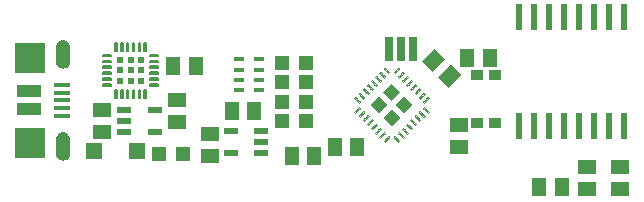
<source format=gbr>
G04 EAGLE Gerber RS-274X export*
G75*
%MOMM*%
%FSLAX34Y34*%
%LPD*%
%INSolderpaste Top*%
%IPPOS*%
%AMOC8*
5,1,8,0,0,1.08239X$1,22.5*%
G01*
%ADD10R,1.500000X1.300000*%
%ADD11R,1.200000X1.200000*%
%ADD12R,1.300000X1.500000*%
%ADD13R,1.200000X1.300000*%
%ADD14R,0.700000X2.000000*%
%ADD15R,1.000000X0.900000*%
%ADD16R,1.400000X1.400000*%
%ADD17R,0.900000X0.450000*%
%ADD18R,1.200000X0.550000*%
%ADD19C,0.125000*%
%ADD20R,1.016000X1.016000*%
%ADD21C,0.140000*%
%ADD22R,0.600000X0.600000*%
%ADD23R,1.350000X0.400000*%
%ADD24R,2.000000X1.000000*%
%ADD25R,2.500000X2.500000*%
%ADD26R,0.600000X2.200000*%

G36*
X52278Y115773D02*
X52278Y115773D01*
X53552Y115973D01*
X53599Y115990D01*
X53689Y116011D01*
X54885Y116489D01*
X54928Y116516D01*
X55011Y116556D01*
X56071Y117288D01*
X56107Y117324D01*
X56178Y117382D01*
X57049Y118332D01*
X57076Y118374D01*
X57133Y118447D01*
X57770Y119567D01*
X57787Y119614D01*
X57826Y119697D01*
X58199Y120931D01*
X58204Y120981D01*
X58224Y121071D01*
X58313Y122356D01*
X58311Y122376D01*
X58314Y122400D01*
X58314Y133400D01*
X58312Y133415D01*
X58313Y133435D01*
X58252Y134561D01*
X58241Y134608D01*
X58233Y134684D01*
X57952Y135777D01*
X57932Y135821D01*
X57910Y135894D01*
X57422Y136911D01*
X57394Y136950D01*
X57357Y137017D01*
X56680Y137920D01*
X56645Y137953D01*
X56596Y138011D01*
X55756Y138764D01*
X55715Y138790D01*
X55655Y138838D01*
X54684Y139412D01*
X54639Y139429D01*
X54572Y139465D01*
X53507Y139839D01*
X53460Y139847D01*
X53387Y139869D01*
X52270Y140028D01*
X52242Y140027D01*
X52090Y140028D01*
X50974Y139869D01*
X50928Y139854D01*
X50853Y139839D01*
X49788Y139465D01*
X49746Y139441D01*
X49676Y139412D01*
X48705Y138838D01*
X48668Y138806D01*
X48604Y138764D01*
X47764Y138011D01*
X47735Y137974D01*
X47680Y137920D01*
X47003Y137017D01*
X46981Y136974D01*
X46938Y136911D01*
X46450Y135894D01*
X46437Y135847D01*
X46408Y135777D01*
X46127Y134684D01*
X46124Y134636D01*
X46108Y134561D01*
X46047Y133435D01*
X46049Y133419D01*
X46046Y133400D01*
X46046Y122400D01*
X46049Y122385D01*
X46047Y122365D01*
X46108Y121239D01*
X46120Y121192D01*
X46127Y121116D01*
X46408Y120023D01*
X46428Y119979D01*
X46450Y119906D01*
X46938Y118889D01*
X46967Y118850D01*
X47003Y118783D01*
X47680Y117880D01*
X47715Y117847D01*
X47764Y117789D01*
X48604Y117036D01*
X48645Y117010D01*
X48705Y116962D01*
X49676Y116388D01*
X49721Y116371D01*
X49788Y116335D01*
X50853Y115961D01*
X50900Y115953D01*
X50974Y115931D01*
X52090Y115772D01*
X52091Y115772D01*
X52278Y115773D01*
G37*
G36*
X52278Y37773D02*
X52278Y37773D01*
X53552Y37973D01*
X53599Y37990D01*
X53689Y38011D01*
X54885Y38489D01*
X54928Y38516D01*
X55011Y38556D01*
X56071Y39288D01*
X56107Y39324D01*
X56178Y39382D01*
X57049Y40332D01*
X57076Y40374D01*
X57133Y40447D01*
X57770Y41567D01*
X57787Y41614D01*
X57826Y41697D01*
X58199Y42931D01*
X58204Y42981D01*
X58224Y43071D01*
X58313Y44356D01*
X58311Y44376D01*
X58314Y44400D01*
X58314Y55400D01*
X58312Y55415D01*
X58313Y55435D01*
X58252Y56561D01*
X58241Y56608D01*
X58233Y56684D01*
X57952Y57777D01*
X57932Y57821D01*
X57910Y57894D01*
X57422Y58911D01*
X57394Y58950D01*
X57357Y59017D01*
X56680Y59920D01*
X56645Y59953D01*
X56596Y60011D01*
X55756Y60764D01*
X55715Y60790D01*
X55655Y60838D01*
X54684Y61412D01*
X54639Y61429D01*
X54572Y61465D01*
X53507Y61839D01*
X53460Y61847D01*
X53387Y61869D01*
X52270Y62028D01*
X52242Y62027D01*
X52090Y62028D01*
X50974Y61869D01*
X50928Y61854D01*
X50853Y61839D01*
X49788Y61465D01*
X49746Y61441D01*
X49676Y61412D01*
X48705Y60838D01*
X48668Y60806D01*
X48604Y60764D01*
X47764Y60011D01*
X47735Y59974D01*
X47680Y59920D01*
X47003Y59017D01*
X46981Y58974D01*
X46938Y58911D01*
X46450Y57894D01*
X46437Y57847D01*
X46408Y57777D01*
X46127Y56684D01*
X46124Y56636D01*
X46108Y56561D01*
X46047Y55435D01*
X46049Y55419D01*
X46046Y55400D01*
X46046Y44400D01*
X46049Y44385D01*
X46047Y44365D01*
X46108Y43239D01*
X46120Y43192D01*
X46127Y43116D01*
X46408Y42023D01*
X46428Y41979D01*
X46450Y41906D01*
X46938Y40889D01*
X46967Y40850D01*
X47003Y40783D01*
X47680Y39880D01*
X47715Y39847D01*
X47764Y39789D01*
X48604Y39036D01*
X48645Y39010D01*
X48705Y38962D01*
X49676Y38388D01*
X49721Y38371D01*
X49788Y38335D01*
X50853Y37961D01*
X50900Y37953D01*
X50974Y37931D01*
X52090Y37772D01*
X52091Y37772D01*
X52278Y37773D01*
G37*
D10*
X176530Y60300D03*
X176530Y41300D03*
D11*
X237150Y87630D03*
X258150Y87630D03*
D12*
X281984Y49312D03*
X300984Y49312D03*
D11*
X237150Y71120D03*
X258150Y71120D03*
D13*
X153670Y43180D03*
X133350Y43180D03*
D12*
X213970Y80010D03*
X194970Y80010D03*
D10*
X85090Y61620D03*
X85090Y80620D03*
D14*
X328038Y132080D03*
X338038Y132080D03*
X348038Y132080D03*
D12*
G36*
X380124Y119214D02*
X389316Y110022D01*
X378710Y99416D01*
X369518Y108608D01*
X380124Y119214D01*
G37*
G36*
X366689Y132649D02*
X375881Y123457D01*
X365275Y112851D01*
X356083Y122043D01*
X366689Y132649D01*
G37*
X245770Y41910D03*
X264770Y41910D03*
D15*
X418210Y69416D03*
X402210Y69416D03*
X402210Y110416D03*
X418210Y110416D03*
D12*
X394360Y124460D03*
X413360Y124460D03*
D10*
X387350Y67920D03*
X387350Y48920D03*
D16*
X115020Y45720D03*
X78020Y45720D03*
D17*
X218050Y123490D03*
X201050Y123490D03*
X218050Y114490D03*
X218050Y106490D03*
X218050Y97490D03*
X201050Y97490D03*
X201050Y114490D03*
X201050Y106490D03*
D18*
X220011Y43840D03*
X220011Y53340D03*
X220011Y62840D03*
X194009Y62840D03*
X194009Y43840D03*
D19*
X356717Y87743D02*
X360781Y91807D01*
X361665Y90923D01*
X357601Y86859D01*
X356717Y87743D01*
X357020Y88046D02*
X358788Y88046D01*
X358207Y89233D02*
X359975Y89233D01*
X359394Y90420D02*
X361162Y90420D01*
X360981Y91607D02*
X360581Y91607D01*
X357246Y95342D02*
X353182Y91278D01*
X357246Y95342D02*
X358130Y94458D01*
X354066Y90394D01*
X353182Y91278D01*
X353485Y91581D02*
X355253Y91581D01*
X354672Y92768D02*
X356440Y92768D01*
X355859Y93955D02*
X357627Y93955D01*
X357446Y95142D02*
X357046Y95142D01*
X353710Y98878D02*
X349646Y94814D01*
X353710Y98878D02*
X354594Y97994D01*
X350530Y93930D01*
X349646Y94814D01*
X349949Y95117D02*
X351717Y95117D01*
X351136Y96304D02*
X352904Y96304D01*
X352323Y97491D02*
X354091Y97491D01*
X353910Y98678D02*
X353510Y98678D01*
X350175Y102413D02*
X346111Y98349D01*
X350175Y102413D02*
X351059Y101529D01*
X346995Y97465D01*
X346111Y98349D01*
X346414Y98652D02*
X348182Y98652D01*
X347601Y99839D02*
X349369Y99839D01*
X348788Y101026D02*
X350556Y101026D01*
X350375Y102213D02*
X349975Y102213D01*
X346639Y105949D02*
X342575Y101885D01*
X346639Y105949D02*
X347523Y105065D01*
X343459Y101001D01*
X342575Y101885D01*
X342878Y102188D02*
X344646Y102188D01*
X344065Y103375D02*
X345833Y103375D01*
X345252Y104562D02*
X347020Y104562D01*
X346839Y105749D02*
X346439Y105749D01*
X343104Y109484D02*
X339040Y105420D01*
X343104Y109484D02*
X343988Y108600D01*
X339924Y104536D01*
X339040Y105420D01*
X339343Y105723D02*
X341111Y105723D01*
X340530Y106910D02*
X342298Y106910D01*
X341717Y108097D02*
X343485Y108097D01*
X343304Y109284D02*
X342904Y109284D01*
X339568Y113020D02*
X335504Y108956D01*
X339568Y113020D02*
X340452Y112136D01*
X336388Y108072D01*
X335504Y108956D01*
X335807Y109259D02*
X337575Y109259D01*
X336994Y110446D02*
X338762Y110446D01*
X338181Y111633D02*
X339949Y111633D01*
X339768Y112820D02*
X339368Y112820D01*
X336033Y116555D02*
X331969Y112491D01*
X336033Y116555D02*
X336917Y115671D01*
X332853Y111607D01*
X331969Y112491D01*
X332272Y112794D02*
X334040Y112794D01*
X333459Y113981D02*
X335227Y113981D01*
X334646Y115168D02*
X336414Y115168D01*
X336233Y116355D02*
X335833Y116355D01*
X324367Y116555D02*
X323483Y115671D01*
X324367Y116555D02*
X328431Y112491D01*
X327547Y111607D01*
X323483Y115671D01*
X326360Y112794D02*
X328128Y112794D01*
X326941Y113981D02*
X325173Y113981D01*
X325754Y115168D02*
X323986Y115168D01*
X324167Y116355D02*
X324567Y116355D01*
X320832Y113020D02*
X319948Y112136D01*
X320832Y113020D02*
X324896Y108956D01*
X324012Y108072D01*
X319948Y112136D01*
X322825Y109259D02*
X324593Y109259D01*
X323406Y110446D02*
X321638Y110446D01*
X322219Y111633D02*
X320451Y111633D01*
X320632Y112820D02*
X321032Y112820D01*
X317296Y109484D02*
X316412Y108600D01*
X317296Y109484D02*
X321360Y105420D01*
X320476Y104536D01*
X316412Y108600D01*
X319289Y105723D02*
X321057Y105723D01*
X319870Y106910D02*
X318102Y106910D01*
X318683Y108097D02*
X316915Y108097D01*
X317096Y109284D02*
X317496Y109284D01*
X313761Y105949D02*
X312877Y105065D01*
X313761Y105949D02*
X317825Y101885D01*
X316941Y101001D01*
X312877Y105065D01*
X315754Y102188D02*
X317522Y102188D01*
X316335Y103375D02*
X314567Y103375D01*
X315148Y104562D02*
X313380Y104562D01*
X313561Y105749D02*
X313961Y105749D01*
X310225Y102413D02*
X309341Y101529D01*
X310225Y102413D02*
X314289Y98349D01*
X313405Y97465D01*
X309341Y101529D01*
X312218Y98652D02*
X313986Y98652D01*
X312799Y99839D02*
X311031Y99839D01*
X311612Y101026D02*
X309844Y101026D01*
X310025Y102213D02*
X310425Y102213D01*
X306690Y98878D02*
X305806Y97994D01*
X306690Y98878D02*
X310754Y94814D01*
X309870Y93930D01*
X305806Y97994D01*
X308683Y95117D02*
X310451Y95117D01*
X309264Y96304D02*
X307496Y96304D01*
X308077Y97491D02*
X306309Y97491D01*
X306490Y98678D02*
X306890Y98678D01*
X303154Y95342D02*
X302270Y94458D01*
X303154Y95342D02*
X307218Y91278D01*
X306334Y90394D01*
X302270Y94458D01*
X305147Y91581D02*
X306915Y91581D01*
X305728Y92768D02*
X303960Y92768D01*
X304541Y93955D02*
X302773Y93955D01*
X302954Y95142D02*
X303354Y95142D01*
X299619Y91807D02*
X298735Y90923D01*
X299619Y91807D02*
X303683Y87743D01*
X302799Y86859D01*
X298735Y90923D01*
X301612Y88046D02*
X303380Y88046D01*
X302193Y89233D02*
X300425Y89233D01*
X301006Y90420D02*
X299238Y90420D01*
X299419Y91607D02*
X299819Y91607D01*
X302799Y83321D02*
X298735Y79257D01*
X302799Y83321D02*
X303683Y82437D01*
X299619Y78373D01*
X298735Y79257D01*
X299038Y79560D02*
X300806Y79560D01*
X300225Y80747D02*
X301993Y80747D01*
X301412Y81934D02*
X303180Y81934D01*
X302999Y83121D02*
X302599Y83121D01*
X306334Y79786D02*
X302270Y75722D01*
X306334Y79786D02*
X307218Y78902D01*
X303154Y74838D01*
X302270Y75722D01*
X302573Y76025D02*
X304341Y76025D01*
X303760Y77212D02*
X305528Y77212D01*
X304947Y78399D02*
X306715Y78399D01*
X306534Y79586D02*
X306134Y79586D01*
X309870Y76250D02*
X305806Y72186D01*
X309870Y76250D02*
X310754Y75366D01*
X306690Y71302D01*
X305806Y72186D01*
X306109Y72489D02*
X307877Y72489D01*
X307296Y73676D02*
X309064Y73676D01*
X308483Y74863D02*
X310251Y74863D01*
X310070Y76050D02*
X309670Y76050D01*
X313405Y72715D02*
X309341Y68651D01*
X313405Y72715D02*
X314289Y71831D01*
X310225Y67767D01*
X309341Y68651D01*
X309644Y68954D02*
X311412Y68954D01*
X310831Y70141D02*
X312599Y70141D01*
X312018Y71328D02*
X313786Y71328D01*
X313605Y72515D02*
X313205Y72515D01*
X316941Y69179D02*
X312877Y65115D01*
X316941Y69179D02*
X317825Y68295D01*
X313761Y64231D01*
X312877Y65115D01*
X313180Y65418D02*
X314948Y65418D01*
X314367Y66605D02*
X316135Y66605D01*
X315554Y67792D02*
X317322Y67792D01*
X317141Y68979D02*
X316741Y68979D01*
X320476Y65644D02*
X316412Y61580D01*
X320476Y65644D02*
X321360Y64760D01*
X317296Y60696D01*
X316412Y61580D01*
X316715Y61883D02*
X318483Y61883D01*
X317902Y63070D02*
X319670Y63070D01*
X319089Y64257D02*
X320857Y64257D01*
X320676Y65444D02*
X320276Y65444D01*
X324012Y62108D02*
X319948Y58044D01*
X324012Y62108D02*
X324896Y61224D01*
X320832Y57160D01*
X319948Y58044D01*
X320251Y58347D02*
X322019Y58347D01*
X321438Y59534D02*
X323206Y59534D01*
X322625Y60721D02*
X324393Y60721D01*
X324212Y61908D02*
X323812Y61908D01*
X327547Y58573D02*
X323483Y54509D01*
X327547Y58573D02*
X328431Y57689D01*
X324367Y53625D01*
X323483Y54509D01*
X323786Y54812D02*
X325554Y54812D01*
X324973Y55999D02*
X326741Y55999D01*
X326160Y57186D02*
X327928Y57186D01*
X327747Y58373D02*
X327347Y58373D01*
X331969Y57689D02*
X332853Y58573D01*
X336917Y54509D01*
X336033Y53625D01*
X331969Y57689D01*
X334846Y54812D02*
X336614Y54812D01*
X335427Y55999D02*
X333659Y55999D01*
X334240Y57186D02*
X332472Y57186D01*
X332653Y58373D02*
X333053Y58373D01*
X335504Y61224D02*
X336388Y62108D01*
X340452Y58044D01*
X339568Y57160D01*
X335504Y61224D01*
X338381Y58347D02*
X340149Y58347D01*
X338962Y59534D02*
X337194Y59534D01*
X337775Y60721D02*
X336007Y60721D01*
X336188Y61908D02*
X336588Y61908D01*
X339040Y64760D02*
X339924Y65644D01*
X343988Y61580D01*
X343104Y60696D01*
X339040Y64760D01*
X341917Y61883D02*
X343685Y61883D01*
X342498Y63070D02*
X340730Y63070D01*
X341311Y64257D02*
X339543Y64257D01*
X339724Y65444D02*
X340124Y65444D01*
X342575Y68295D02*
X343459Y69179D01*
X347523Y65115D01*
X346639Y64231D01*
X342575Y68295D01*
X345452Y65418D02*
X347220Y65418D01*
X346033Y66605D02*
X344265Y66605D01*
X344846Y67792D02*
X343078Y67792D01*
X343259Y68979D02*
X343659Y68979D01*
X346111Y71831D02*
X346995Y72715D01*
X351059Y68651D01*
X350175Y67767D01*
X346111Y71831D01*
X348988Y68954D02*
X350756Y68954D01*
X349569Y70141D02*
X347801Y70141D01*
X348382Y71328D02*
X346614Y71328D01*
X346795Y72515D02*
X347195Y72515D01*
X349646Y75366D02*
X350530Y76250D01*
X354594Y72186D01*
X353710Y71302D01*
X349646Y75366D01*
X352523Y72489D02*
X354291Y72489D01*
X353104Y73676D02*
X351336Y73676D01*
X351917Y74863D02*
X350149Y74863D01*
X350330Y76050D02*
X350730Y76050D01*
X353182Y78902D02*
X354066Y79786D01*
X358130Y75722D01*
X357246Y74838D01*
X353182Y78902D01*
X356059Y76025D02*
X357827Y76025D01*
X356640Y77212D02*
X354872Y77212D01*
X355453Y78399D02*
X353685Y78399D01*
X353866Y79586D02*
X354266Y79586D01*
X356717Y82437D02*
X357601Y83321D01*
X361665Y79257D01*
X360781Y78373D01*
X356717Y82437D01*
X359594Y79560D02*
X361362Y79560D01*
X360175Y80747D02*
X358407Y80747D01*
X358988Y81934D02*
X357220Y81934D01*
X357401Y83121D02*
X357801Y83121D01*
D20*
G36*
X333792Y85090D02*
X340976Y92274D01*
X348160Y85090D01*
X340976Y77906D01*
X333792Y85090D01*
G37*
G36*
X323016Y74314D02*
X330200Y81498D01*
X337384Y74314D01*
X330200Y67130D01*
X323016Y74314D01*
G37*
G36*
X323016Y95866D02*
X330200Y103050D01*
X337384Y95866D01*
X330200Y88682D01*
X323016Y95866D01*
G37*
G36*
X312240Y85090D02*
X319424Y92274D01*
X326608Y85090D01*
X319424Y77906D01*
X312240Y85090D01*
G37*
D21*
X92520Y127500D02*
X85920Y127500D01*
X92520Y127500D02*
X92520Y126100D01*
X85920Y126100D01*
X85920Y127500D01*
X85920Y127430D02*
X92520Y127430D01*
X92520Y122500D02*
X85920Y122500D01*
X92520Y122500D02*
X92520Y121100D01*
X85920Y121100D01*
X85920Y122500D01*
X85920Y122430D02*
X92520Y122430D01*
X92520Y117500D02*
X85920Y117500D01*
X92520Y117500D02*
X92520Y116100D01*
X85920Y116100D01*
X85920Y117500D01*
X85920Y117430D02*
X92520Y117430D01*
X92520Y112500D02*
X85920Y112500D01*
X92520Y112500D02*
X92520Y111100D01*
X85920Y111100D01*
X85920Y112500D01*
X85920Y112430D02*
X92520Y112430D01*
X92520Y107500D02*
X85920Y107500D01*
X92520Y107500D02*
X92520Y106100D01*
X85920Y106100D01*
X85920Y107500D01*
X85920Y107430D02*
X92520Y107430D01*
X92520Y102500D02*
X85920Y102500D01*
X92520Y102500D02*
X92520Y101100D01*
X85920Y101100D01*
X85920Y102500D01*
X85920Y102430D02*
X92520Y102430D01*
X97420Y97600D02*
X97420Y91000D01*
X96020Y91000D01*
X96020Y97600D01*
X97420Y97600D01*
X97420Y92330D02*
X96020Y92330D01*
X96020Y93660D02*
X97420Y93660D01*
X97420Y94990D02*
X96020Y94990D01*
X96020Y96320D02*
X97420Y96320D01*
X102420Y97600D02*
X102420Y91000D01*
X101020Y91000D01*
X101020Y97600D01*
X102420Y97600D01*
X102420Y92330D02*
X101020Y92330D01*
X101020Y93660D02*
X102420Y93660D01*
X102420Y94990D02*
X101020Y94990D01*
X101020Y96320D02*
X102420Y96320D01*
X107420Y97600D02*
X107420Y91000D01*
X106020Y91000D01*
X106020Y97600D01*
X107420Y97600D01*
X107420Y92330D02*
X106020Y92330D01*
X106020Y93660D02*
X107420Y93660D01*
X107420Y94990D02*
X106020Y94990D01*
X106020Y96320D02*
X107420Y96320D01*
X112420Y97600D02*
X112420Y91000D01*
X111020Y91000D01*
X111020Y97600D01*
X112420Y97600D01*
X112420Y92330D02*
X111020Y92330D01*
X111020Y93660D02*
X112420Y93660D01*
X112420Y94990D02*
X111020Y94990D01*
X111020Y96320D02*
X112420Y96320D01*
X117420Y97600D02*
X117420Y91000D01*
X116020Y91000D01*
X116020Y97600D01*
X117420Y97600D01*
X117420Y92330D02*
X116020Y92330D01*
X116020Y93660D02*
X117420Y93660D01*
X117420Y94990D02*
X116020Y94990D01*
X116020Y96320D02*
X117420Y96320D01*
X122420Y97600D02*
X122420Y91000D01*
X121020Y91000D01*
X121020Y97600D01*
X122420Y97600D01*
X122420Y92330D02*
X121020Y92330D01*
X121020Y93660D02*
X122420Y93660D01*
X122420Y94990D02*
X121020Y94990D01*
X121020Y96320D02*
X122420Y96320D01*
X125920Y101100D02*
X132520Y101100D01*
X125920Y101100D02*
X125920Y102500D01*
X132520Y102500D01*
X132520Y101100D01*
X132520Y102430D02*
X125920Y102430D01*
X125920Y106100D02*
X132520Y106100D01*
X125920Y106100D02*
X125920Y107500D01*
X132520Y107500D01*
X132520Y106100D01*
X132520Y107430D02*
X125920Y107430D01*
X125920Y111100D02*
X132520Y111100D01*
X125920Y111100D02*
X125920Y112500D01*
X132520Y112500D01*
X132520Y111100D01*
X132520Y112430D02*
X125920Y112430D01*
X125920Y116100D02*
X132520Y116100D01*
X125920Y116100D02*
X125920Y117500D01*
X132520Y117500D01*
X132520Y116100D01*
X132520Y117430D02*
X125920Y117430D01*
X125920Y121100D02*
X132520Y121100D01*
X125920Y121100D02*
X125920Y122500D01*
X132520Y122500D01*
X132520Y121100D01*
X132520Y122430D02*
X125920Y122430D01*
X125920Y126100D02*
X132520Y126100D01*
X125920Y126100D02*
X125920Y127500D01*
X132520Y127500D01*
X132520Y126100D01*
X132520Y127430D02*
X125920Y127430D01*
X121020Y131000D02*
X121020Y137600D01*
X122420Y137600D01*
X122420Y131000D01*
X121020Y131000D01*
X121020Y132330D02*
X122420Y132330D01*
X122420Y133660D02*
X121020Y133660D01*
X121020Y134990D02*
X122420Y134990D01*
X122420Y136320D02*
X121020Y136320D01*
X116020Y137600D02*
X116020Y131000D01*
X116020Y137600D02*
X117420Y137600D01*
X117420Y131000D01*
X116020Y131000D01*
X116020Y132330D02*
X117420Y132330D01*
X117420Y133660D02*
X116020Y133660D01*
X116020Y134990D02*
X117420Y134990D01*
X117420Y136320D02*
X116020Y136320D01*
X111020Y137600D02*
X111020Y131000D01*
X111020Y137600D02*
X112420Y137600D01*
X112420Y131000D01*
X111020Y131000D01*
X111020Y132330D02*
X112420Y132330D01*
X112420Y133660D02*
X111020Y133660D01*
X111020Y134990D02*
X112420Y134990D01*
X112420Y136320D02*
X111020Y136320D01*
X106020Y137600D02*
X106020Y131000D01*
X106020Y137600D02*
X107420Y137600D01*
X107420Y131000D01*
X106020Y131000D01*
X106020Y132330D02*
X107420Y132330D01*
X107420Y133660D02*
X106020Y133660D01*
X106020Y134990D02*
X107420Y134990D01*
X107420Y136320D02*
X106020Y136320D01*
X101020Y137600D02*
X101020Y131000D01*
X101020Y137600D02*
X102420Y137600D01*
X102420Y131000D01*
X101020Y131000D01*
X101020Y132330D02*
X102420Y132330D01*
X102420Y133660D02*
X101020Y133660D01*
X101020Y134990D02*
X102420Y134990D01*
X102420Y136320D02*
X101020Y136320D01*
X96020Y137600D02*
X96020Y131000D01*
X96020Y137600D02*
X97420Y137600D01*
X97420Y131000D01*
X96020Y131000D01*
X96020Y132330D02*
X97420Y132330D01*
X97420Y133660D02*
X96020Y133660D01*
X96020Y134990D02*
X97420Y134990D01*
X97420Y136320D02*
X96020Y136320D01*
D22*
X100220Y105300D03*
X109220Y114300D03*
X100220Y114300D03*
X100220Y123300D03*
X118220Y123300D03*
X118220Y105300D03*
X118220Y114300D03*
X109220Y123300D03*
X109220Y105300D03*
D23*
X50930Y101900D03*
X50930Y95400D03*
X50930Y88900D03*
X50930Y82400D03*
X50930Y75900D03*
D24*
X23180Y96400D03*
X23180Y81400D03*
D25*
X24180Y124900D03*
X24180Y52900D03*
D12*
X145440Y118110D03*
X164440Y118110D03*
D10*
X148590Y89510D03*
X148590Y70510D03*
D11*
X237150Y104140D03*
X258150Y104140D03*
X237150Y120650D03*
X258150Y120650D03*
D18*
X103839Y80620D03*
X103839Y71120D03*
X103839Y61620D03*
X129841Y61620D03*
X129841Y80620D03*
D10*
X523240Y13360D03*
X523240Y32360D03*
X495300Y13360D03*
X495300Y32360D03*
D26*
X514350Y159030D03*
X488950Y67030D03*
X527050Y159030D03*
X501650Y159030D03*
X488950Y159030D03*
X501650Y67030D03*
X476250Y67030D03*
X463550Y67030D03*
X463550Y159030D03*
X438150Y67030D03*
X476250Y159030D03*
X450850Y159030D03*
X450850Y67030D03*
X438150Y159030D03*
X514350Y67030D03*
X527050Y67030D03*
D12*
X455320Y15240D03*
X474320Y15240D03*
M02*

</source>
